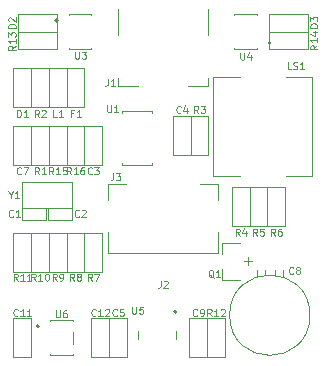
<source format=gto>
G04 #@! TF.GenerationSoftware,KiCad,Pcbnew,(5.1.9-0-10_14)*
G04 #@! TF.CreationDate,2021-07-10T20:48:45+09:00*
G04 #@! TF.ProjectId,RL78Display,524c3738-4469-4737-906c-61792e6b6963,V2.1*
G04 #@! TF.SameCoordinates,Original*
G04 #@! TF.FileFunction,Legend,Top*
G04 #@! TF.FilePolarity,Positive*
%FSLAX46Y46*%
G04 Gerber Fmt 4.6, Leading zero omitted, Abs format (unit mm)*
G04 Created by KiCad (PCBNEW (5.1.9-0-10_14)) date 2021-07-10 20:48:45*
%MOMM*%
%LPD*%
G01*
G04 APERTURE LIST*
%ADD10C,0.120000*%
%ADD11C,0.200000*%
%ADD12C,0.100000*%
G04 APERTURE END LIST*
D10*
X3800000Y7900000D02*
X2100000Y7900000D01*
X3800000Y8600000D02*
X3800000Y7900000D01*
X-3800000Y7900000D02*
X-2100000Y7900000D01*
X-3800000Y8600000D02*
X-3800000Y7900000D01*
X3800000Y12200000D02*
X3800000Y14400000D01*
X-3800000Y12200000D02*
X-3800000Y14400000D01*
D11*
X1150000Y-11200000D02*
G75*
G03*
X1150000Y-11200000I-100000J0D01*
G01*
D10*
X1150000Y-12850000D02*
X1150000Y-13550000D01*
X-2150000Y-12850000D02*
X-2150000Y-13550000D01*
X-8150000Y1250000D02*
X-6650000Y1250000D01*
X-8150000Y4550000D02*
X-6650000Y4550000D01*
X-8150000Y1250000D02*
X-8150000Y4550000D01*
X-6650000Y1250000D02*
X-6650000Y4550000D01*
X-9650000Y1250000D02*
X-8150000Y1250000D01*
X-9650000Y4550000D02*
X-8150000Y4550000D01*
X-9650000Y1250000D02*
X-9650000Y4550000D01*
X-8150000Y1250000D02*
X-8150000Y4550000D01*
X-7650000Y-14900000D02*
X-7650000Y-14800000D01*
X-9550000Y-14900000D02*
X-7650000Y-14900000D01*
X-9550000Y-14800000D02*
X-9550000Y-14900000D01*
X-9550000Y-11900000D02*
X-9550000Y-12000000D01*
X-7650000Y-11900000D02*
X-9550000Y-11900000D01*
X-7650000Y-12000000D02*
X-7650000Y-11900000D01*
X-7650000Y-12900000D02*
X-7650000Y-13900000D01*
D11*
X-10500000Y-12450000D02*
G75*
G03*
X-10500000Y-12450000I-100000J0D01*
G01*
X9100000Y11550000D02*
G75*
G03*
X9100000Y11550000I-100000J0D01*
G01*
D10*
X6050000Y11100000D02*
X6050000Y11000000D01*
X6050000Y11000000D02*
X7950000Y11000000D01*
X7950000Y11000000D02*
X7950000Y11100000D01*
X7950000Y13900000D02*
X7950000Y14000000D01*
X7950000Y14000000D02*
X6050000Y14000000D01*
X6050000Y14000000D02*
X6050000Y13900000D01*
X-6050000Y11000000D02*
X-6050000Y11100000D01*
X-7950000Y11000000D02*
X-6050000Y11000000D01*
X-7950000Y11100000D02*
X-7950000Y11000000D01*
X-7950000Y14000000D02*
X-7950000Y13900000D01*
X-6050000Y14000000D02*
X-7950000Y14000000D01*
X-6050000Y13900000D02*
X-6050000Y14000000D01*
D11*
X-8900000Y13450000D02*
G75*
G03*
X-8900000Y13450000I-100000J0D01*
G01*
D10*
X12300000Y11000000D02*
X12300000Y12500000D01*
X9000000Y11000000D02*
X9000000Y12500000D01*
X12300000Y11000000D02*
X9000000Y11000000D01*
X12300000Y12500000D02*
X9000000Y12500000D01*
X-12300000Y12500000D02*
X-12300000Y11000000D01*
X-9000000Y12500000D02*
X-9000000Y11000000D01*
X-12300000Y12500000D02*
X-9000000Y12500000D01*
X-12300000Y11000000D02*
X-9000000Y11000000D01*
X3750000Y-15000000D02*
X5250000Y-15000000D01*
X3750000Y-11700000D02*
X5250000Y-11700000D01*
X3750000Y-15000000D02*
X3750000Y-11700000D01*
X5250000Y-15000000D02*
X5250000Y-11700000D01*
X12300000Y12500000D02*
X12300000Y14000000D01*
X9000000Y12500000D02*
X9000000Y14000000D01*
X12300000Y12500000D02*
X9000000Y12500000D01*
X12300000Y14000000D02*
X9000000Y14000000D01*
X-12300000Y14000000D02*
X-12300000Y12500000D01*
X-9000000Y14000000D02*
X-9000000Y12500000D01*
X-12300000Y14000000D02*
X-9000000Y14000000D01*
X-12300000Y12500000D02*
X-9000000Y12500000D01*
X-4550000Y-11700000D02*
X-6050000Y-11700000D01*
X-4550000Y-15000000D02*
X-6050000Y-15000000D01*
X-4550000Y-11700000D02*
X-4550000Y-15000000D01*
X-6050000Y-11700000D02*
X-6050000Y-15000000D01*
X-11150000Y-11700000D02*
X-12650000Y-11700000D01*
X-11150000Y-15000000D02*
X-12650000Y-15000000D01*
X-11150000Y-11700000D02*
X-11150000Y-15000000D01*
X-12650000Y-11700000D02*
X-12650000Y-15000000D01*
X2250000Y-15000000D02*
X3750000Y-15000000D01*
X2250000Y-11700000D02*
X3750000Y-11700000D01*
X2250000Y-15000000D02*
X2250000Y-11700000D01*
X3750000Y-15000000D02*
X3750000Y-11700000D01*
X7950000Y-7700000D02*
X7950000Y-8250000D01*
X8650000Y-7700000D02*
X8650000Y-8100000D01*
X9450000Y-7700000D02*
X9450000Y-8100000D01*
X10150000Y-7700000D02*
X10150000Y-8250000D01*
X12450000Y-11500000D02*
G75*
G03*
X12450000Y-11500000I-3400000J0D01*
G01*
X-12650000Y-4500000D02*
X-12650000Y-7800000D01*
X-11150000Y-4500000D02*
X-11150000Y-7800000D01*
X-11150000Y-7800000D02*
X-12650000Y-7800000D01*
X-11150000Y-4500000D02*
X-12650000Y-4500000D01*
X-11150000Y-4500000D02*
X-11150000Y-7800000D01*
X-9650000Y-4500000D02*
X-9650000Y-7800000D01*
X-9650000Y-7800000D02*
X-11150000Y-7800000D01*
X-9650000Y-4500000D02*
X-11150000Y-4500000D01*
X-9650000Y-4500000D02*
X-9650000Y-7800000D01*
X-8150000Y-4500000D02*
X-8150000Y-7800000D01*
X-8150000Y-7800000D02*
X-9650000Y-7800000D01*
X-8150000Y-4500000D02*
X-9650000Y-4500000D01*
X-8150000Y-4500000D02*
X-8150000Y-7800000D01*
X-6650000Y-4500000D02*
X-6650000Y-7800000D01*
X-6650000Y-7800000D02*
X-8150000Y-7800000D01*
X-6650000Y-4500000D02*
X-8150000Y-4500000D01*
X-6650000Y-4500000D02*
X-6650000Y-7800000D01*
X-5150000Y-4500000D02*
X-5150000Y-7800000D01*
X-5150000Y-7800000D02*
X-6650000Y-7800000D01*
X-5150000Y-4500000D02*
X-6650000Y-4500000D01*
X12600000Y300000D02*
X10400000Y300000D01*
X12600000Y8700000D02*
X12600000Y300000D01*
X10400000Y8700000D02*
X12600000Y8700000D01*
X4200000Y8700000D02*
X6500000Y8700000D01*
X4200000Y300000D02*
X4200000Y8700000D01*
X6500000Y300000D02*
X4200000Y300000D01*
X-11900000Y-200000D02*
X-7700000Y-200000D01*
X-7700000Y-200000D02*
X-7700000Y-2400000D01*
X-7700000Y-2400000D02*
X-11900000Y-2400000D01*
X-11900000Y-2400000D02*
X-11900000Y-200000D01*
X-3500000Y5600000D02*
X-3500000Y5800000D01*
X-3500000Y5800000D02*
X-900000Y5800000D01*
X-900000Y5800000D02*
X-900000Y5600000D01*
X-3500000Y1400000D02*
X-3500000Y1200000D01*
X-3500000Y1200000D02*
X-900000Y1200000D01*
X-900000Y1200000D02*
X-900000Y1400000D01*
X8850000Y-650000D02*
X8850000Y-3950000D01*
X10350000Y-650000D02*
X10350000Y-3950000D01*
X10350000Y-3950000D02*
X8850000Y-3950000D01*
X10350000Y-650000D02*
X8850000Y-650000D01*
X8850000Y-3950000D02*
X8850000Y-650000D01*
X7350000Y-3950000D02*
X7350000Y-650000D01*
X7350000Y-650000D02*
X8850000Y-650000D01*
X7350000Y-3950000D02*
X8850000Y-3950000D01*
X7350000Y-3950000D02*
X7350000Y-650000D01*
X5850000Y-3950000D02*
X5850000Y-650000D01*
X5850000Y-650000D02*
X7350000Y-650000D01*
X5850000Y-3950000D02*
X7350000Y-3950000D01*
X3850000Y2050000D02*
X3850000Y5350000D01*
X2350000Y2050000D02*
X2350000Y5350000D01*
X2350000Y5350000D02*
X3850000Y5350000D01*
X2350000Y2050000D02*
X3850000Y2050000D01*
X-9650000Y6100000D02*
X-9650000Y9400000D01*
X-11150000Y6100000D02*
X-11150000Y9400000D01*
X-11150000Y9400000D02*
X-9650000Y9400000D01*
X-11150000Y6100000D02*
X-9650000Y6100000D01*
X-9650000Y1250000D02*
X-9650000Y4550000D01*
X-11150000Y1250000D02*
X-11150000Y4550000D01*
X-11150000Y4550000D02*
X-9650000Y4550000D01*
X-11150000Y1250000D02*
X-9650000Y1250000D01*
X5040000Y-5370000D02*
X6500000Y-5370000D01*
X5040000Y-8530000D02*
X6500000Y-8530000D01*
X5040000Y-8530000D02*
X5040000Y-7600000D01*
X5040000Y-5370000D02*
X5040000Y-6300000D01*
X-8150000Y6100000D02*
X-8150000Y9400000D01*
X-9650000Y6100000D02*
X-9650000Y9400000D01*
X-9650000Y9400000D02*
X-8150000Y9400000D01*
X-9650000Y6100000D02*
X-8150000Y6100000D01*
X4650000Y-6200000D02*
X4650000Y-4460000D01*
X-4650000Y-6200000D02*
X4650000Y-6200000D01*
X-4650000Y-4460000D02*
X-4650000Y-6200000D01*
X4650000Y-400000D02*
X4650000Y-1740000D01*
X3160000Y-400000D02*
X4650000Y-400000D01*
X-4650000Y-400000D02*
X-4650000Y-1740000D01*
X-3160000Y-400000D02*
X-4650000Y-400000D01*
X-8150000Y9400000D02*
X-8150000Y6100000D01*
X-6650000Y9400000D02*
X-6650000Y6100000D01*
X-6650000Y6100000D02*
X-8150000Y6100000D01*
X-6650000Y9400000D02*
X-8150000Y9400000D01*
X-11150000Y6100000D02*
X-11150000Y9400000D01*
X-12650000Y6100000D02*
X-12650000Y9400000D01*
X-12650000Y9400000D02*
X-11150000Y9400000D01*
X-12650000Y6100000D02*
X-11150000Y6100000D01*
X-11150000Y1250000D02*
X-11150000Y4550000D01*
X-12650000Y1250000D02*
X-12650000Y4550000D01*
X-12650000Y4550000D02*
X-11150000Y4550000D01*
X-12650000Y1250000D02*
X-11150000Y1250000D01*
X-3050000Y-15000000D02*
X-3050000Y-11700000D01*
X-4550000Y-15000000D02*
X-4550000Y-11700000D01*
X-4550000Y-11700000D02*
X-3050000Y-11700000D01*
X-4550000Y-15000000D02*
X-3050000Y-15000000D01*
X2350000Y2050000D02*
X2350000Y5350000D01*
X850000Y2050000D02*
X850000Y5350000D01*
X850000Y5350000D02*
X2350000Y5350000D01*
X850000Y2050000D02*
X2350000Y2050000D01*
X-6650000Y4550000D02*
X-6650000Y1250000D01*
X-5150000Y4550000D02*
X-5150000Y1250000D01*
X-5150000Y1250000D02*
X-6650000Y1250000D01*
X-5150000Y4550000D02*
X-6650000Y4550000D01*
X-9700000Y-2400000D02*
X-9700000Y-3400000D01*
X-7700000Y-2400000D02*
X-7700000Y-3400000D01*
X-7700000Y-2400000D02*
X-9700000Y-2400000D01*
X-7700000Y-3400000D02*
X-9700000Y-3400000D01*
X-9900000Y-3400000D02*
X-9900000Y-2400000D01*
X-11900000Y-3400000D02*
X-11900000Y-2400000D01*
X-11900000Y-3400000D02*
X-9900000Y-3400000D01*
X-11900000Y-2400000D02*
X-9900000Y-2400000D01*
D12*
X-200000Y-8571428D02*
X-200000Y-9000000D01*
X-228571Y-9085714D01*
X-285714Y-9142857D01*
X-371428Y-9171428D01*
X-428571Y-9171428D01*
X57142Y-8628571D02*
X85714Y-8600000D01*
X142857Y-8571428D01*
X285714Y-8571428D01*
X342857Y-8600000D01*
X371428Y-8628571D01*
X399999Y-8685714D01*
X399999Y-8742857D01*
X371428Y-8828571D01*
X28571Y-9171428D01*
X399999Y-9171428D01*
X-2607142Y-10771428D02*
X-2607142Y-11257142D01*
X-2578571Y-11314285D01*
X-2550000Y-11342857D01*
X-2492857Y-11371428D01*
X-2378571Y-11371428D01*
X-2321428Y-11342857D01*
X-2292857Y-11314285D01*
X-2264285Y-11257142D01*
X-2264285Y-10771428D01*
X-1692857Y-10771428D02*
X-1978571Y-10771428D01*
X-2007142Y-11057142D01*
X-1978571Y-11028571D01*
X-1921428Y-11000000D01*
X-1778571Y-11000000D01*
X-1721428Y-11028571D01*
X-1692857Y-11057142D01*
X-1664285Y-11114285D01*
X-1664285Y-11257142D01*
X-1692857Y-11314285D01*
X-1721428Y-11342857D01*
X-1778571Y-11371428D01*
X-1921428Y-11371428D01*
X-1978571Y-11342857D01*
X-2007142Y-11314285D01*
X-7785714Y428571D02*
X-7985714Y714285D01*
X-8128571Y428571D02*
X-8128571Y1028571D01*
X-7900000Y1028571D01*
X-7842857Y1000000D01*
X-7814285Y971428D01*
X-7785714Y914285D01*
X-7785714Y828571D01*
X-7814285Y771428D01*
X-7842857Y742857D01*
X-7900000Y714285D01*
X-8128571Y714285D01*
X-7214285Y428571D02*
X-7557142Y428571D01*
X-7385714Y428571D02*
X-7385714Y1028571D01*
X-7442857Y942857D01*
X-7500000Y885714D01*
X-7557142Y857142D01*
X-6700000Y1028571D02*
X-6814285Y1028571D01*
X-6871428Y1000000D01*
X-6900000Y971428D01*
X-6957142Y885714D01*
X-6985714Y771428D01*
X-6985714Y542857D01*
X-6957142Y485714D01*
X-6928571Y457142D01*
X-6871428Y428571D01*
X-6757142Y428571D01*
X-6700000Y457142D01*
X-6671428Y485714D01*
X-6642857Y542857D01*
X-6642857Y685714D01*
X-6671428Y742857D01*
X-6700000Y771428D01*
X-6757142Y800000D01*
X-6871428Y800000D01*
X-6928571Y771428D01*
X-6957142Y742857D01*
X-6985714Y685714D01*
X-9285714Y428571D02*
X-9485714Y714285D01*
X-9628571Y428571D02*
X-9628571Y1028571D01*
X-9400000Y1028571D01*
X-9342857Y1000000D01*
X-9314285Y971428D01*
X-9285714Y914285D01*
X-9285714Y828571D01*
X-9314285Y771428D01*
X-9342857Y742857D01*
X-9400000Y714285D01*
X-9628571Y714285D01*
X-8714285Y428571D02*
X-9057142Y428571D01*
X-8885714Y428571D02*
X-8885714Y1028571D01*
X-8942857Y942857D01*
X-9000000Y885714D01*
X-9057142Y857142D01*
X-8171428Y1028571D02*
X-8457142Y1028571D01*
X-8485714Y742857D01*
X-8457142Y771428D01*
X-8400000Y800000D01*
X-8257142Y800000D01*
X-8200000Y771428D01*
X-8171428Y742857D01*
X-8142857Y685714D01*
X-8142857Y542857D01*
X-8171428Y485714D01*
X-8200000Y457142D01*
X-8257142Y428571D01*
X-8400000Y428571D01*
X-8457142Y457142D01*
X-8485714Y485714D01*
X-9057142Y-11071428D02*
X-9057142Y-11557142D01*
X-9028571Y-11614285D01*
X-9000000Y-11642857D01*
X-8942857Y-11671428D01*
X-8828571Y-11671428D01*
X-8771428Y-11642857D01*
X-8742857Y-11614285D01*
X-8714285Y-11557142D01*
X-8714285Y-11071428D01*
X-8171428Y-11071428D02*
X-8285714Y-11071428D01*
X-8342857Y-11100000D01*
X-8371428Y-11128571D01*
X-8428571Y-11214285D01*
X-8457142Y-11328571D01*
X-8457142Y-11557142D01*
X-8428571Y-11614285D01*
X-8400000Y-11642857D01*
X-8342857Y-11671428D01*
X-8228571Y-11671428D01*
X-8171428Y-11642857D01*
X-8142857Y-11614285D01*
X-8114285Y-11557142D01*
X-8114285Y-11414285D01*
X-8142857Y-11357142D01*
X-8171428Y-11328571D01*
X-8228571Y-11300000D01*
X-8342857Y-11300000D01*
X-8400000Y-11328571D01*
X-8428571Y-11357142D01*
X-8457142Y-11414285D01*
X6542857Y10728571D02*
X6542857Y10242857D01*
X6571428Y10185714D01*
X6600000Y10157142D01*
X6657142Y10128571D01*
X6771428Y10128571D01*
X6828571Y10157142D01*
X6857142Y10185714D01*
X6885714Y10242857D01*
X6885714Y10728571D01*
X7428571Y10528571D02*
X7428571Y10128571D01*
X7285714Y10757142D02*
X7142857Y10328571D01*
X7514285Y10328571D01*
X-7457142Y10828571D02*
X-7457142Y10342857D01*
X-7428571Y10285714D01*
X-7400000Y10257142D01*
X-7342857Y10228571D01*
X-7228571Y10228571D01*
X-7171428Y10257142D01*
X-7142857Y10285714D01*
X-7114285Y10342857D01*
X-7114285Y10828571D01*
X-6885714Y10828571D02*
X-6514285Y10828571D01*
X-6714285Y10600000D01*
X-6628571Y10600000D01*
X-6571428Y10571428D01*
X-6542857Y10542857D01*
X-6514285Y10485714D01*
X-6514285Y10342857D01*
X-6542857Y10285714D01*
X-6571428Y10257142D01*
X-6628571Y10228571D01*
X-6800000Y10228571D01*
X-6857142Y10257142D01*
X-6885714Y10285714D01*
X-4650000Y8528571D02*
X-4650000Y8100000D01*
X-4678571Y8014285D01*
X-4735714Y7957142D01*
X-4821428Y7928571D01*
X-4878571Y7928571D01*
X-4050000Y7928571D02*
X-4392857Y7928571D01*
X-4221428Y7928571D02*
X-4221428Y8528571D01*
X-4278571Y8442857D01*
X-4335714Y8385714D01*
X-4392857Y8357142D01*
X13071428Y11364285D02*
X12785714Y11164285D01*
X13071428Y11021428D02*
X12471428Y11021428D01*
X12471428Y11250000D01*
X12500000Y11307142D01*
X12528571Y11335714D01*
X12585714Y11364285D01*
X12671428Y11364285D01*
X12728571Y11335714D01*
X12757142Y11307142D01*
X12785714Y11250000D01*
X12785714Y11021428D01*
X13071428Y11935714D02*
X13071428Y11592857D01*
X13071428Y11764285D02*
X12471428Y11764285D01*
X12557142Y11707142D01*
X12614285Y11650000D01*
X12642857Y11592857D01*
X12671428Y12450000D02*
X13071428Y12450000D01*
X12442857Y12307142D02*
X12871428Y12164285D01*
X12871428Y12535714D01*
X-12478571Y11314285D02*
X-12764285Y11114285D01*
X-12478571Y10971428D02*
X-13078571Y10971428D01*
X-13078571Y11200000D01*
X-13050000Y11257142D01*
X-13021428Y11285714D01*
X-12964285Y11314285D01*
X-12878571Y11314285D01*
X-12821428Y11285714D01*
X-12792857Y11257142D01*
X-12764285Y11200000D01*
X-12764285Y10971428D01*
X-12478571Y11885714D02*
X-12478571Y11542857D01*
X-12478571Y11714285D02*
X-13078571Y11714285D01*
X-12992857Y11657142D01*
X-12935714Y11600000D01*
X-12907142Y11542857D01*
X-13078571Y12085714D02*
X-13078571Y12457142D01*
X-12850000Y12257142D01*
X-12850000Y12342857D01*
X-12821428Y12400000D01*
X-12792857Y12428571D01*
X-12735714Y12457142D01*
X-12592857Y12457142D01*
X-12535714Y12428571D01*
X-12507142Y12400000D01*
X-12478571Y12342857D01*
X-12478571Y12171428D01*
X-12507142Y12114285D01*
X-12535714Y12085714D01*
X4114285Y-11571428D02*
X3914285Y-11285714D01*
X3771428Y-11571428D02*
X3771428Y-10971428D01*
X4000000Y-10971428D01*
X4057142Y-11000000D01*
X4085714Y-11028571D01*
X4114285Y-11085714D01*
X4114285Y-11171428D01*
X4085714Y-11228571D01*
X4057142Y-11257142D01*
X4000000Y-11285714D01*
X3771428Y-11285714D01*
X4685714Y-11571428D02*
X4342857Y-11571428D01*
X4514285Y-11571428D02*
X4514285Y-10971428D01*
X4457142Y-11057142D01*
X4400000Y-11114285D01*
X4342857Y-11142857D01*
X4914285Y-11028571D02*
X4942857Y-11000000D01*
X5000000Y-10971428D01*
X5142857Y-10971428D01*
X5200000Y-11000000D01*
X5228571Y-11028571D01*
X5257142Y-11085714D01*
X5257142Y-11142857D01*
X5228571Y-11228571D01*
X4885714Y-11571428D01*
X5257142Y-11571428D01*
X13071428Y12857142D02*
X12471428Y12857142D01*
X12471428Y13000000D01*
X12500000Y13085714D01*
X12557142Y13142857D01*
X12614285Y13171428D01*
X12728571Y13200000D01*
X12814285Y13200000D01*
X12928571Y13171428D01*
X12985714Y13142857D01*
X13042857Y13085714D01*
X13071428Y13000000D01*
X13071428Y12857142D01*
X12471428Y13400000D02*
X12471428Y13771428D01*
X12700000Y13571428D01*
X12700000Y13657142D01*
X12728571Y13714285D01*
X12757142Y13742857D01*
X12814285Y13771428D01*
X12957142Y13771428D01*
X13014285Y13742857D01*
X13042857Y13714285D01*
X13071428Y13657142D01*
X13071428Y13485714D01*
X13042857Y13428571D01*
X13014285Y13400000D01*
X-12478571Y12807142D02*
X-13078571Y12807142D01*
X-13078571Y12950000D01*
X-13050000Y13035714D01*
X-12992857Y13092857D01*
X-12935714Y13121428D01*
X-12821428Y13150000D01*
X-12735714Y13150000D01*
X-12621428Y13121428D01*
X-12564285Y13092857D01*
X-12507142Y13035714D01*
X-12478571Y12950000D01*
X-12478571Y12807142D01*
X-13021428Y13378571D02*
X-13050000Y13407142D01*
X-13078571Y13464285D01*
X-13078571Y13607142D01*
X-13050000Y13664285D01*
X-13021428Y13692857D01*
X-12964285Y13721428D01*
X-12907142Y13721428D01*
X-12821428Y13692857D01*
X-12478571Y13350000D01*
X-12478571Y13721428D01*
X-5685714Y-11514285D02*
X-5714285Y-11542857D01*
X-5799999Y-11571428D01*
X-5857142Y-11571428D01*
X-5942857Y-11542857D01*
X-5999999Y-11485714D01*
X-6028571Y-11428571D01*
X-6057142Y-11314285D01*
X-6057142Y-11228571D01*
X-6028571Y-11114285D01*
X-5999999Y-11057142D01*
X-5942857Y-11000000D01*
X-5857142Y-10971428D01*
X-5799999Y-10971428D01*
X-5714285Y-11000000D01*
X-5685714Y-11028571D01*
X-5114285Y-11571428D02*
X-5457142Y-11571428D01*
X-5285714Y-11571428D02*
X-5285714Y-10971428D01*
X-5342857Y-11057142D01*
X-5400000Y-11114285D01*
X-5457142Y-11142857D01*
X-4885714Y-11028571D02*
X-4857142Y-11000000D01*
X-4800000Y-10971428D01*
X-4657142Y-10971428D01*
X-4600000Y-11000000D01*
X-4571428Y-11028571D01*
X-4542857Y-11085714D01*
X-4542857Y-11142857D01*
X-4571428Y-11228571D01*
X-4914285Y-11571428D01*
X-4542857Y-11571428D01*
X-12285714Y-11514285D02*
X-12314285Y-11542857D01*
X-12400000Y-11571428D01*
X-12457142Y-11571428D01*
X-12542857Y-11542857D01*
X-12600000Y-11485714D01*
X-12628571Y-11428571D01*
X-12657142Y-11314285D01*
X-12657142Y-11228571D01*
X-12628571Y-11114285D01*
X-12600000Y-11057142D01*
X-12542857Y-11000000D01*
X-12457142Y-10971428D01*
X-12400000Y-10971428D01*
X-12314285Y-11000000D01*
X-12285714Y-11028571D01*
X-11714285Y-11571428D02*
X-12057142Y-11571428D01*
X-11885714Y-11571428D02*
X-11885714Y-10971428D01*
X-11942857Y-11057142D01*
X-12000000Y-11114285D01*
X-12057142Y-11142857D01*
X-11142857Y-11571428D02*
X-11485714Y-11571428D01*
X-11314285Y-11571428D02*
X-11314285Y-10971428D01*
X-11371428Y-11057142D01*
X-11428571Y-11114285D01*
X-11485714Y-11142857D01*
X2900000Y-11514285D02*
X2871428Y-11542857D01*
X2785714Y-11571428D01*
X2728571Y-11571428D01*
X2642857Y-11542857D01*
X2585714Y-11485714D01*
X2557142Y-11428571D01*
X2528571Y-11314285D01*
X2528571Y-11228571D01*
X2557142Y-11114285D01*
X2585714Y-11057142D01*
X2642857Y-11000000D01*
X2728571Y-10971428D01*
X2785714Y-10971428D01*
X2871428Y-11000000D01*
X2900000Y-11028571D01*
X3185714Y-11571428D02*
X3300000Y-11571428D01*
X3357142Y-11542857D01*
X3385714Y-11514285D01*
X3442857Y-11428571D01*
X3471428Y-11314285D01*
X3471428Y-11085714D01*
X3442857Y-11028571D01*
X3414285Y-11000000D01*
X3357142Y-10971428D01*
X3242857Y-10971428D01*
X3185714Y-11000000D01*
X3157142Y-11028571D01*
X3128571Y-11085714D01*
X3128571Y-11228571D01*
X3157142Y-11285714D01*
X3185714Y-11314285D01*
X3242857Y-11342857D01*
X3357142Y-11342857D01*
X3414285Y-11314285D01*
X3442857Y-11285714D01*
X3471428Y-11228571D01*
X11050000Y-7964285D02*
X11021428Y-7992857D01*
X10935714Y-8021428D01*
X10878571Y-8021428D01*
X10792857Y-7992857D01*
X10735714Y-7935714D01*
X10707142Y-7878571D01*
X10678571Y-7764285D01*
X10678571Y-7678571D01*
X10707142Y-7564285D01*
X10735714Y-7507142D01*
X10792857Y-7450000D01*
X10878571Y-7421428D01*
X10935714Y-7421428D01*
X11021428Y-7450000D01*
X11050000Y-7478571D01*
X11392857Y-7678571D02*
X11335714Y-7650000D01*
X11307142Y-7621428D01*
X11278571Y-7564285D01*
X11278571Y-7535714D01*
X11307142Y-7478571D01*
X11335714Y-7450000D01*
X11392857Y-7421428D01*
X11507142Y-7421428D01*
X11564285Y-7450000D01*
X11592857Y-7478571D01*
X11621428Y-7535714D01*
X11621428Y-7564285D01*
X11592857Y-7621428D01*
X11564285Y-7650000D01*
X11507142Y-7678571D01*
X11392857Y-7678571D01*
X11335714Y-7707142D01*
X11307142Y-7735714D01*
X11278571Y-7792857D01*
X11278571Y-7907142D01*
X11307142Y-7964285D01*
X11335714Y-7992857D01*
X11392857Y-8021428D01*
X11507142Y-8021428D01*
X11564285Y-7992857D01*
X11592857Y-7964285D01*
X11621428Y-7907142D01*
X11621428Y-7792857D01*
X11592857Y-7735714D01*
X11564285Y-7707142D01*
X11507142Y-7678571D01*
X6895238Y-6907142D02*
X7504761Y-6907142D01*
X7200000Y-7211904D02*
X7200000Y-6602380D01*
X-12285714Y-8571428D02*
X-12485714Y-8285714D01*
X-12628571Y-8571428D02*
X-12628571Y-7971428D01*
X-12400000Y-7971428D01*
X-12342857Y-8000000D01*
X-12314285Y-8028571D01*
X-12285714Y-8085714D01*
X-12285714Y-8171428D01*
X-12314285Y-8228571D01*
X-12342857Y-8257142D01*
X-12400000Y-8285714D01*
X-12628571Y-8285714D01*
X-11714285Y-8571428D02*
X-12057142Y-8571428D01*
X-11885714Y-8571428D02*
X-11885714Y-7971428D01*
X-11942857Y-8057142D01*
X-12000000Y-8114285D01*
X-12057142Y-8142857D01*
X-11142857Y-8571428D02*
X-11485714Y-8571428D01*
X-11314285Y-8571428D02*
X-11314285Y-7971428D01*
X-11371428Y-8057142D01*
X-11428571Y-8114285D01*
X-11485714Y-8142857D01*
X-10785714Y-8571428D02*
X-10985714Y-8285714D01*
X-11128571Y-8571428D02*
X-11128571Y-7971428D01*
X-10900000Y-7971428D01*
X-10842857Y-8000000D01*
X-10814285Y-8028571D01*
X-10785714Y-8085714D01*
X-10785714Y-8171428D01*
X-10814285Y-8228571D01*
X-10842857Y-8257142D01*
X-10900000Y-8285714D01*
X-11128571Y-8285714D01*
X-10214285Y-8571428D02*
X-10557142Y-8571428D01*
X-10385714Y-8571428D02*
X-10385714Y-7971428D01*
X-10442857Y-8057142D01*
X-10500000Y-8114285D01*
X-10557142Y-8142857D01*
X-9842857Y-7971428D02*
X-9785714Y-7971428D01*
X-9728571Y-8000000D01*
X-9700000Y-8028571D01*
X-9671428Y-8085714D01*
X-9642857Y-8200000D01*
X-9642857Y-8342857D01*
X-9671428Y-8457142D01*
X-9700000Y-8514285D01*
X-9728571Y-8542857D01*
X-9785714Y-8571428D01*
X-9842857Y-8571428D01*
X-9900000Y-8542857D01*
X-9928571Y-8514285D01*
X-9957142Y-8457142D01*
X-9985714Y-8342857D01*
X-9985714Y-8200000D01*
X-9957142Y-8085714D01*
X-9928571Y-8028571D01*
X-9900000Y-8000000D01*
X-9842857Y-7971428D01*
X-9000000Y-8571428D02*
X-9200000Y-8285714D01*
X-9342857Y-8571428D02*
X-9342857Y-7971428D01*
X-9114285Y-7971428D01*
X-9057142Y-8000000D01*
X-9028571Y-8028571D01*
X-9000000Y-8085714D01*
X-9000000Y-8171428D01*
X-9028571Y-8228571D01*
X-9057142Y-8257142D01*
X-9114285Y-8285714D01*
X-9342857Y-8285714D01*
X-8714285Y-8571428D02*
X-8600000Y-8571428D01*
X-8542857Y-8542857D01*
X-8514285Y-8514285D01*
X-8457142Y-8428571D01*
X-8428571Y-8314285D01*
X-8428571Y-8085714D01*
X-8457142Y-8028571D01*
X-8485714Y-8000000D01*
X-8542857Y-7971428D01*
X-8657142Y-7971428D01*
X-8714285Y-8000000D01*
X-8742857Y-8028571D01*
X-8771428Y-8085714D01*
X-8771428Y-8228571D01*
X-8742857Y-8285714D01*
X-8714285Y-8314285D01*
X-8657142Y-8342857D01*
X-8542857Y-8342857D01*
X-8485714Y-8314285D01*
X-8457142Y-8285714D01*
X-8428571Y-8228571D01*
X-7500000Y-8571428D02*
X-7700000Y-8285714D01*
X-7842857Y-8571428D02*
X-7842857Y-7971428D01*
X-7614285Y-7971428D01*
X-7557142Y-8000000D01*
X-7528571Y-8028571D01*
X-7500000Y-8085714D01*
X-7500000Y-8171428D01*
X-7528571Y-8228571D01*
X-7557142Y-8257142D01*
X-7614285Y-8285714D01*
X-7842857Y-8285714D01*
X-7157142Y-8228571D02*
X-7214285Y-8200000D01*
X-7242857Y-8171428D01*
X-7271428Y-8114285D01*
X-7271428Y-8085714D01*
X-7242857Y-8028571D01*
X-7214285Y-8000000D01*
X-7157142Y-7971428D01*
X-7042857Y-7971428D01*
X-6985714Y-8000000D01*
X-6957142Y-8028571D01*
X-6928571Y-8085714D01*
X-6928571Y-8114285D01*
X-6957142Y-8171428D01*
X-6985714Y-8200000D01*
X-7042857Y-8228571D01*
X-7157142Y-8228571D01*
X-7214285Y-8257142D01*
X-7242857Y-8285714D01*
X-7271428Y-8342857D01*
X-7271428Y-8457142D01*
X-7242857Y-8514285D01*
X-7214285Y-8542857D01*
X-7157142Y-8571428D01*
X-7042857Y-8571428D01*
X-6985714Y-8542857D01*
X-6957142Y-8514285D01*
X-6928571Y-8457142D01*
X-6928571Y-8342857D01*
X-6957142Y-8285714D01*
X-6985714Y-8257142D01*
X-7042857Y-8228571D01*
X-6000000Y-8571428D02*
X-6200000Y-8285714D01*
X-6342857Y-8571428D02*
X-6342857Y-7971428D01*
X-6114285Y-7971428D01*
X-6057142Y-8000000D01*
X-6028571Y-8028571D01*
X-6000000Y-8085714D01*
X-6000000Y-8171428D01*
X-6028571Y-8228571D01*
X-6057142Y-8257142D01*
X-6114285Y-8285714D01*
X-6342857Y-8285714D01*
X-5800000Y-7971428D02*
X-5400000Y-7971428D01*
X-5657142Y-8571428D01*
X10864285Y9328571D02*
X10578571Y9328571D01*
X10578571Y9928571D01*
X11035714Y9357142D02*
X11121428Y9328571D01*
X11264285Y9328571D01*
X11321428Y9357142D01*
X11350000Y9385714D01*
X11378571Y9442857D01*
X11378571Y9500000D01*
X11350000Y9557142D01*
X11321428Y9585714D01*
X11264285Y9614285D01*
X11150000Y9642857D01*
X11092857Y9671428D01*
X11064285Y9700000D01*
X11035714Y9757142D01*
X11035714Y9814285D01*
X11064285Y9871428D01*
X11092857Y9900000D01*
X11150000Y9928571D01*
X11292857Y9928571D01*
X11378571Y9900000D01*
X11950000Y9328571D02*
X11607142Y9328571D01*
X11778571Y9328571D02*
X11778571Y9928571D01*
X11721428Y9842857D01*
X11664285Y9785714D01*
X11607142Y9757142D01*
X-12885714Y-1285714D02*
X-12885714Y-1571428D01*
X-13085714Y-971428D02*
X-12885714Y-1285714D01*
X-12685714Y-971428D01*
X-12171428Y-1571428D02*
X-12514285Y-1571428D01*
X-12342857Y-1571428D02*
X-12342857Y-971428D01*
X-12400000Y-1057142D01*
X-12457142Y-1114285D01*
X-12514285Y-1142857D01*
X-4707142Y6278571D02*
X-4707142Y5792857D01*
X-4678571Y5735714D01*
X-4650000Y5707142D01*
X-4592857Y5678571D01*
X-4478571Y5678571D01*
X-4421428Y5707142D01*
X-4392857Y5735714D01*
X-4364285Y5792857D01*
X-4364285Y6278571D01*
X-3764285Y5678571D02*
X-4107142Y5678571D01*
X-3935714Y5678571D02*
X-3935714Y6278571D01*
X-3992857Y6192857D01*
X-4050000Y6135714D01*
X-4107142Y6107142D01*
X9500000Y-4771428D02*
X9300000Y-4485714D01*
X9157142Y-4771428D02*
X9157142Y-4171428D01*
X9385714Y-4171428D01*
X9442857Y-4200000D01*
X9471428Y-4228571D01*
X9500000Y-4285714D01*
X9500000Y-4371428D01*
X9471428Y-4428571D01*
X9442857Y-4457142D01*
X9385714Y-4485714D01*
X9157142Y-4485714D01*
X10014285Y-4171428D02*
X9900000Y-4171428D01*
X9842857Y-4200000D01*
X9814285Y-4228571D01*
X9757142Y-4314285D01*
X9728571Y-4428571D01*
X9728571Y-4657142D01*
X9757142Y-4714285D01*
X9785714Y-4742857D01*
X9842857Y-4771428D01*
X9957142Y-4771428D01*
X10014285Y-4742857D01*
X10042857Y-4714285D01*
X10071428Y-4657142D01*
X10071428Y-4514285D01*
X10042857Y-4457142D01*
X10014285Y-4428571D01*
X9957142Y-4400000D01*
X9842857Y-4400000D01*
X9785714Y-4428571D01*
X9757142Y-4457142D01*
X9728571Y-4514285D01*
X8000000Y-4771428D02*
X7800000Y-4485714D01*
X7657142Y-4771428D02*
X7657142Y-4171428D01*
X7885714Y-4171428D01*
X7942857Y-4200000D01*
X7971428Y-4228571D01*
X8000000Y-4285714D01*
X8000000Y-4371428D01*
X7971428Y-4428571D01*
X7942857Y-4457142D01*
X7885714Y-4485714D01*
X7657142Y-4485714D01*
X8542857Y-4171428D02*
X8257142Y-4171428D01*
X8228571Y-4457142D01*
X8257142Y-4428571D01*
X8314285Y-4400000D01*
X8457142Y-4400000D01*
X8514285Y-4428571D01*
X8542857Y-4457142D01*
X8571428Y-4514285D01*
X8571428Y-4657142D01*
X8542857Y-4714285D01*
X8514285Y-4742857D01*
X8457142Y-4771428D01*
X8314285Y-4771428D01*
X8257142Y-4742857D01*
X8228571Y-4714285D01*
X6500000Y-4771428D02*
X6300000Y-4485714D01*
X6157142Y-4771428D02*
X6157142Y-4171428D01*
X6385714Y-4171428D01*
X6442857Y-4200000D01*
X6471428Y-4228571D01*
X6500000Y-4285714D01*
X6500000Y-4371428D01*
X6471428Y-4428571D01*
X6442857Y-4457142D01*
X6385714Y-4485714D01*
X6157142Y-4485714D01*
X7014285Y-4371428D02*
X7014285Y-4771428D01*
X6871428Y-4142857D02*
X6728571Y-4571428D01*
X7100000Y-4571428D01*
X3000000Y5628571D02*
X2800000Y5914285D01*
X2657142Y5628571D02*
X2657142Y6228571D01*
X2885714Y6228571D01*
X2942857Y6200000D01*
X2971428Y6171428D01*
X3000000Y6114285D01*
X3000000Y6028571D01*
X2971428Y5971428D01*
X2942857Y5942857D01*
X2885714Y5914285D01*
X2657142Y5914285D01*
X3200000Y6228571D02*
X3571428Y6228571D01*
X3371428Y6000000D01*
X3457142Y6000000D01*
X3514285Y5971428D01*
X3542857Y5942857D01*
X3571428Y5885714D01*
X3571428Y5742857D01*
X3542857Y5685714D01*
X3514285Y5657142D01*
X3457142Y5628571D01*
X3285714Y5628571D01*
X3228571Y5657142D01*
X3200000Y5685714D01*
X-10500000Y5278571D02*
X-10700000Y5564285D01*
X-10842857Y5278571D02*
X-10842857Y5878571D01*
X-10614285Y5878571D01*
X-10557142Y5850000D01*
X-10528571Y5821428D01*
X-10500000Y5764285D01*
X-10500000Y5678571D01*
X-10528571Y5621428D01*
X-10557142Y5592857D01*
X-10614285Y5564285D01*
X-10842857Y5564285D01*
X-10271428Y5821428D02*
X-10242857Y5850000D01*
X-10185714Y5878571D01*
X-10042857Y5878571D01*
X-9985714Y5850000D01*
X-9957142Y5821428D01*
X-9928571Y5764285D01*
X-9928571Y5707142D01*
X-9957142Y5621428D01*
X-10300000Y5278571D01*
X-9928571Y5278571D01*
X-10500000Y428571D02*
X-10700000Y714285D01*
X-10842857Y428571D02*
X-10842857Y1028571D01*
X-10614285Y1028571D01*
X-10557142Y1000000D01*
X-10528571Y971428D01*
X-10500000Y914285D01*
X-10500000Y828571D01*
X-10528571Y771428D01*
X-10557142Y742857D01*
X-10614285Y714285D01*
X-10842857Y714285D01*
X-9928571Y428571D02*
X-10271428Y428571D01*
X-10100000Y428571D02*
X-10100000Y1028571D01*
X-10157142Y942857D01*
X-10214285Y885714D01*
X-10271428Y857142D01*
X4292857Y-8328571D02*
X4235714Y-8300000D01*
X4178571Y-8242857D01*
X4092857Y-8157142D01*
X4035714Y-8128571D01*
X3978571Y-8128571D01*
X4007142Y-8271428D02*
X3950000Y-8242857D01*
X3892857Y-8185714D01*
X3864285Y-8071428D01*
X3864285Y-7871428D01*
X3892857Y-7757142D01*
X3950000Y-7700000D01*
X4007142Y-7671428D01*
X4121428Y-7671428D01*
X4178571Y-7700000D01*
X4235714Y-7757142D01*
X4264285Y-7871428D01*
X4264285Y-8071428D01*
X4235714Y-8185714D01*
X4178571Y-8242857D01*
X4121428Y-8271428D01*
X4007142Y-8271428D01*
X4835714Y-8271428D02*
X4492857Y-8271428D01*
X4664285Y-8271428D02*
X4664285Y-7671428D01*
X4607142Y-7757142D01*
X4550000Y-7814285D01*
X4492857Y-7842857D01*
X-9000000Y5278571D02*
X-9285714Y5278571D01*
X-9285714Y5878571D01*
X-8485714Y5278571D02*
X-8828571Y5278571D01*
X-8657142Y5278571D02*
X-8657142Y5878571D01*
X-8714285Y5792857D01*
X-8771428Y5735714D01*
X-8828571Y5707142D01*
X-4200000Y528571D02*
X-4200000Y100000D01*
X-4228571Y14285D01*
X-4285714Y-42857D01*
X-4371428Y-71428D01*
X-4428571Y-71428D01*
X-3971428Y528571D02*
X-3600000Y528571D01*
X-3800000Y300000D01*
X-3714285Y300000D01*
X-3657142Y271428D01*
X-3628571Y242857D01*
X-3600000Y185714D01*
X-3600000Y42857D01*
X-3628571Y-14285D01*
X-3657142Y-42857D01*
X-3714285Y-71428D01*
X-3885714Y-71428D01*
X-3942857Y-42857D01*
X-3971428Y-14285D01*
X-7600000Y5592857D02*
X-7800000Y5592857D01*
X-7800000Y5278571D02*
X-7800000Y5878571D01*
X-7514285Y5878571D01*
X-6971428Y5278571D02*
X-7314285Y5278571D01*
X-7142857Y5278571D02*
X-7142857Y5878571D01*
X-7200000Y5792857D01*
X-7257142Y5735714D01*
X-7314285Y5707142D01*
X-12342857Y5278571D02*
X-12342857Y5878571D01*
X-12200000Y5878571D01*
X-12114285Y5850000D01*
X-12057142Y5792857D01*
X-12028571Y5735714D01*
X-12000000Y5621428D01*
X-12000000Y5535714D01*
X-12028571Y5421428D01*
X-12057142Y5364285D01*
X-12114285Y5307142D01*
X-12200000Y5278571D01*
X-12342857Y5278571D01*
X-11428571Y5278571D02*
X-11771428Y5278571D01*
X-11600000Y5278571D02*
X-11600000Y5878571D01*
X-11657142Y5792857D01*
X-11714285Y5735714D01*
X-11771428Y5707142D01*
X-12000000Y485714D02*
X-12028571Y457142D01*
X-12114285Y428571D01*
X-12171428Y428571D01*
X-12257142Y457142D01*
X-12314285Y514285D01*
X-12342857Y571428D01*
X-12371428Y685714D01*
X-12371428Y771428D01*
X-12342857Y885714D01*
X-12314285Y942857D01*
X-12257142Y1000000D01*
X-12171428Y1028571D01*
X-12114285Y1028571D01*
X-12028571Y1000000D01*
X-12000000Y971428D01*
X-11800000Y1028571D02*
X-11400000Y1028571D01*
X-11657142Y428571D01*
X-3899999Y-11514285D02*
X-3928571Y-11542857D01*
X-4014285Y-11571428D01*
X-4071428Y-11571428D01*
X-4157142Y-11542857D01*
X-4214285Y-11485714D01*
X-4242857Y-11428571D01*
X-4271428Y-11314285D01*
X-4271428Y-11228571D01*
X-4242857Y-11114285D01*
X-4214285Y-11057142D01*
X-4157142Y-11000000D01*
X-4071428Y-10971428D01*
X-4014285Y-10971428D01*
X-3928571Y-11000000D01*
X-3899999Y-11028571D01*
X-3357142Y-10971428D02*
X-3642857Y-10971428D01*
X-3671428Y-11257142D01*
X-3642857Y-11228571D01*
X-3585714Y-11200000D01*
X-3442857Y-11200000D01*
X-3385714Y-11228571D01*
X-3357142Y-11257142D01*
X-3328571Y-11314285D01*
X-3328571Y-11457142D01*
X-3357142Y-11514285D01*
X-3385714Y-11542857D01*
X-3442857Y-11571428D01*
X-3585714Y-11571428D01*
X-3642857Y-11542857D01*
X-3671428Y-11514285D01*
X1500000Y5685714D02*
X1471428Y5657142D01*
X1385714Y5628571D01*
X1328571Y5628571D01*
X1242857Y5657142D01*
X1185714Y5714285D01*
X1157142Y5771428D01*
X1128571Y5885714D01*
X1128571Y5971428D01*
X1157142Y6085714D01*
X1185714Y6142857D01*
X1242857Y6200000D01*
X1328571Y6228571D01*
X1385714Y6228571D01*
X1471428Y6200000D01*
X1500000Y6171428D01*
X2014285Y6028571D02*
X2014285Y5628571D01*
X1871428Y6257142D02*
X1728571Y5828571D01*
X2100000Y5828571D01*
X-6000000Y485714D02*
X-6028571Y457142D01*
X-6114285Y428571D01*
X-6171428Y428571D01*
X-6257142Y457142D01*
X-6314285Y514285D01*
X-6342857Y571428D01*
X-6371428Y685714D01*
X-6371428Y771428D01*
X-6342857Y885714D01*
X-6314285Y942857D01*
X-6257142Y1000000D01*
X-6171428Y1028571D01*
X-6114285Y1028571D01*
X-6028571Y1000000D01*
X-6000000Y971428D01*
X-5800000Y1028571D02*
X-5428571Y1028571D01*
X-5628571Y800000D01*
X-5542857Y800000D01*
X-5485714Y771428D01*
X-5457142Y742857D01*
X-5428571Y685714D01*
X-5428571Y542857D01*
X-5457142Y485714D01*
X-5485714Y457142D01*
X-5542857Y428571D01*
X-5714285Y428571D01*
X-5771428Y457142D01*
X-5800000Y485714D01*
X-7100000Y-3114285D02*
X-7128571Y-3142857D01*
X-7214285Y-3171428D01*
X-7271428Y-3171428D01*
X-7357142Y-3142857D01*
X-7414285Y-3085714D01*
X-7442857Y-3028571D01*
X-7471428Y-2914285D01*
X-7471428Y-2828571D01*
X-7442857Y-2714285D01*
X-7414285Y-2657142D01*
X-7357142Y-2600000D01*
X-7271428Y-2571428D01*
X-7214285Y-2571428D01*
X-7128571Y-2600000D01*
X-7100000Y-2628571D01*
X-6871428Y-2628571D02*
X-6842857Y-2600000D01*
X-6785714Y-2571428D01*
X-6642857Y-2571428D01*
X-6585714Y-2600000D01*
X-6557142Y-2628571D01*
X-6528571Y-2685714D01*
X-6528571Y-2742857D01*
X-6557142Y-2828571D01*
X-6900000Y-3171428D01*
X-6528571Y-3171428D01*
X-12700000Y-3114285D02*
X-12728571Y-3142857D01*
X-12814285Y-3171428D01*
X-12871428Y-3171428D01*
X-12957142Y-3142857D01*
X-13014285Y-3085714D01*
X-13042857Y-3028571D01*
X-13071428Y-2914285D01*
X-13071428Y-2828571D01*
X-13042857Y-2714285D01*
X-13014285Y-2657142D01*
X-12957142Y-2600000D01*
X-12871428Y-2571428D01*
X-12814285Y-2571428D01*
X-12728571Y-2600000D01*
X-12700000Y-2628571D01*
X-12128571Y-3171428D02*
X-12471428Y-3171428D01*
X-12300000Y-3171428D02*
X-12300000Y-2571428D01*
X-12357142Y-2657142D01*
X-12414285Y-2714285D01*
X-12471428Y-2742857D01*
M02*

</source>
